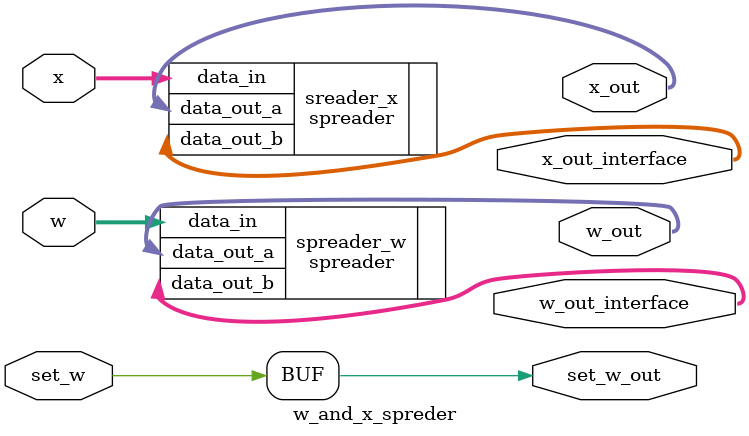
<source format=sv>
module w_and_x_spreder (
    w, 
    x,
    w_out,
    x_out,
    w_out_interface,
    x_out_interface,
    set_w,
    set_w_out
);
    parameter size = 3;
    parameter data_size = 16;

    input [data_size*size - 1:0] w;
    input [data_size*size - 1:0] x;
    input set_w;

    output [data_size*size - 1:0] w_out;
    output [data_size*size - 1:0] x_out;
    output [data_size*size - 1:0] w_out_interface;
    output [data_size*size - 1:0] x_out_interface;
    output set_w_out;

    assign set_w_out = set_w;

    spreader #( .size(size*data_size) ) spreader_w (.data_in(w), .data_out_a(w_out), .data_out_b(w_out_interface));

    spreader #( .size(size*data_size) ) sreader_x (.data_in(x), .data_out_a(x_out), .data_out_b(x_out_interface));
endmodule
</source>
